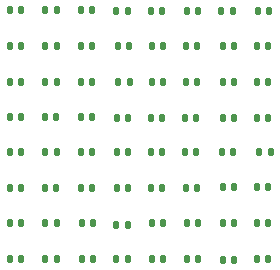
<source format=gbr>
%TF.GenerationSoftware,KiCad,Pcbnew,7.0.5*%
%TF.CreationDate,2023-09-01T16:08:52-05:00*%
%TF.ProjectId,Chimera_0004_Aurora,4368696d-6572-4615-9f30-3030345f4175,rev?*%
%TF.SameCoordinates,Original*%
%TF.FileFunction,Paste,Bot*%
%TF.FilePolarity,Positive*%
%FSLAX46Y46*%
G04 Gerber Fmt 4.6, Leading zero omitted, Abs format (unit mm)*
G04 Created by KiCad (PCBNEW 7.0.5) date 2023-09-01 16:08:52*
%MOMM*%
%LPD*%
G01*
G04 APERTURE LIST*
G04 Aperture macros list*
%AMRoundRect*
0 Rectangle with rounded corners*
0 $1 Rounding radius*
0 $2 $3 $4 $5 $6 $7 $8 $9 X,Y pos of 4 corners*
0 Add a 4 corners polygon primitive as box body*
4,1,4,$2,$3,$4,$5,$6,$7,$8,$9,$2,$3,0*
0 Add four circle primitives for the rounded corners*
1,1,$1+$1,$2,$3*
1,1,$1+$1,$4,$5*
1,1,$1+$1,$6,$7*
1,1,$1+$1,$8,$9*
0 Add four rect primitives between the rounded corners*
20,1,$1+$1,$2,$3,$4,$5,0*
20,1,$1+$1,$4,$5,$6,$7,0*
20,1,$1+$1,$6,$7,$8,$9,0*
20,1,$1+$1,$8,$9,$2,$3,0*%
G04 Aperture macros list end*
%ADD10RoundRect,0.140000X-0.140000X-0.170000X0.140000X-0.170000X0.140000X0.170000X-0.140000X0.170000X0*%
%ADD11RoundRect,0.140000X0.140000X0.170000X-0.140000X0.170000X-0.140000X-0.170000X0.140000X-0.170000X0*%
G04 APERTURE END LIST*
D10*
%TO.C,C70*%
X114480000Y-141600000D03*
X113520000Y-141600000D03*
%TD*%
%TO.C,C69*%
X117480000Y-141600000D03*
X116520000Y-141600000D03*
%TD*%
%TO.C,C66*%
X122420000Y-141600000D03*
X123380000Y-141600000D03*
%TD*%
%TO.C,C65*%
X110520000Y-141600000D03*
X111480000Y-141600000D03*
%TD*%
%TO.C,C63*%
X119520000Y-141700000D03*
X120480000Y-141700000D03*
%TD*%
%TO.C,C62*%
X123480000Y-120600000D03*
X122520000Y-120600000D03*
%TD*%
%TO.C,C61*%
X123380000Y-123600000D03*
X122420000Y-123600000D03*
%TD*%
%TO.C,C59*%
X123380000Y-126600000D03*
X122420000Y-126600000D03*
%TD*%
%TO.C,C58*%
X122420000Y-129700000D03*
X123380000Y-129700000D03*
%TD*%
%TO.C,C57*%
X122620000Y-132600000D03*
X123580000Y-132600000D03*
%TD*%
%TO.C,C55*%
X122420000Y-135500000D03*
X123380000Y-135500000D03*
%TD*%
%TO.C,C54*%
X122420000Y-138600000D03*
X123380000Y-138600000D03*
%TD*%
%TO.C,C53*%
X119420000Y-120600000D03*
X120380000Y-120600000D03*
%TD*%
%TO.C,C51*%
X119550000Y-123600000D03*
X120510000Y-123600000D03*
%TD*%
%TO.C,C50*%
X120510000Y-126600000D03*
X119550000Y-126600000D03*
%TD*%
%TO.C,C49*%
X120510000Y-129700000D03*
X119550000Y-129700000D03*
%TD*%
%TO.C,C48*%
X120400000Y-132600000D03*
X119440000Y-132600000D03*
%TD*%
%TO.C,C47*%
X120510000Y-135500000D03*
X119550000Y-135500000D03*
%TD*%
%TO.C,C46*%
X120480000Y-138600000D03*
X119520000Y-138600000D03*
%TD*%
%TO.C,C45*%
X116520000Y-120600000D03*
X117480000Y-120600000D03*
%TD*%
%TO.C,C44*%
X116390000Y-123600000D03*
X117350000Y-123600000D03*
%TD*%
%TO.C,C43*%
X116420000Y-126600000D03*
X117380000Y-126600000D03*
%TD*%
%TO.C,C42*%
X117280000Y-129700000D03*
X116320000Y-129700000D03*
%TD*%
%TO.C,C41*%
X117280000Y-132600000D03*
X116320000Y-132600000D03*
%TD*%
%TO.C,C40*%
X117380000Y-135600000D03*
X116420000Y-135600000D03*
%TD*%
%TO.C,C39*%
X117430000Y-138570000D03*
X116470000Y-138570000D03*
%TD*%
%TO.C,C38*%
X113420000Y-120600000D03*
X114380000Y-120600000D03*
%TD*%
%TO.C,C37*%
X113520000Y-123600000D03*
X114480000Y-123600000D03*
%TD*%
%TO.C,C36*%
X113550000Y-126600000D03*
X114510000Y-126600000D03*
%TD*%
%TO.C,C35*%
X114410000Y-129700000D03*
X113450000Y-129700000D03*
%TD*%
%TO.C,C34*%
X114410000Y-132600000D03*
X113450000Y-132600000D03*
%TD*%
%TO.C,C33*%
X114410000Y-135600000D03*
X113450000Y-135600000D03*
%TD*%
%TO.C,C32*%
X114480000Y-138570000D03*
X113520000Y-138570000D03*
%TD*%
%TO.C,C31*%
X110520000Y-120600000D03*
X111480000Y-120600000D03*
%TD*%
%TO.C,C30*%
X110650000Y-123600000D03*
X111610000Y-123600000D03*
%TD*%
%TO.C,C29*%
X110680000Y-126600000D03*
X111640000Y-126600000D03*
%TD*%
%TO.C,C28*%
X111540000Y-129700000D03*
X110580000Y-129700000D03*
%TD*%
%TO.C,C27*%
X111540000Y-132600000D03*
X110580000Y-132600000D03*
%TD*%
%TO.C,C26*%
X111540000Y-135600000D03*
X110580000Y-135600000D03*
%TD*%
%TO.C,C25*%
X111480000Y-138750000D03*
X110520000Y-138750000D03*
%TD*%
D11*
%TO.C,C7*%
X102480000Y-138600000D03*
X101520000Y-138600000D03*
%TD*%
%TO.C,C2*%
X102480000Y-123600000D03*
X101520000Y-123600000D03*
%TD*%
%TO.C,C4*%
X102480000Y-129600000D03*
X101520000Y-129600000D03*
%TD*%
%TO.C,C5*%
X102480000Y-132600000D03*
X101520000Y-132600000D03*
%TD*%
%TO.C,C6*%
X102480000Y-135600000D03*
X101520000Y-135600000D03*
%TD*%
%TO.C,C22*%
X107520000Y-135600000D03*
X108480000Y-135600000D03*
%TD*%
%TO.C,C10*%
X104520000Y-123600000D03*
X105480000Y-123600000D03*
%TD*%
%TO.C,C20*%
X107520000Y-129600000D03*
X108480000Y-129600000D03*
%TD*%
%TO.C,C1*%
X102480000Y-120550000D03*
X101520000Y-120550000D03*
%TD*%
%TO.C,C3*%
X102480000Y-126600000D03*
X101520000Y-126600000D03*
%TD*%
%TO.C,C9*%
X104520000Y-120550000D03*
X105480000Y-120550000D03*
%TD*%
%TO.C,C11*%
X104520000Y-126600000D03*
X105480000Y-126600000D03*
%TD*%
%TO.C,C12*%
X104475200Y-129600000D03*
X105435200Y-129600000D03*
%TD*%
%TO.C,C13*%
X104520000Y-132600000D03*
X105480000Y-132600000D03*
%TD*%
%TO.C,C14*%
X104475200Y-135600000D03*
X105435200Y-135600000D03*
%TD*%
%TO.C,C15*%
X104520000Y-138600000D03*
X105480000Y-138600000D03*
%TD*%
%TO.C,C17*%
X107520000Y-120550000D03*
X108480000Y-120550000D03*
%TD*%
%TO.C,C19*%
X107520000Y-126600000D03*
X108480000Y-126600000D03*
%TD*%
%TO.C,C18*%
X107520000Y-123600000D03*
X108480000Y-123600000D03*
%TD*%
%TO.C,C16*%
X104520000Y-141600000D03*
X105480000Y-141600000D03*
%TD*%
%TO.C,C21*%
X107520000Y-132600000D03*
X108480000Y-132600000D03*
%TD*%
%TO.C,C23*%
X107605200Y-138600000D03*
X108565200Y-138600000D03*
%TD*%
%TO.C,C8*%
X102480000Y-141600000D03*
X101520000Y-141600000D03*
%TD*%
%TO.C,C24*%
X107605200Y-141600000D03*
X108565200Y-141600000D03*
%TD*%
M02*

</source>
